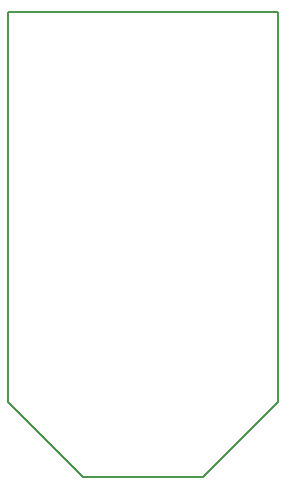
<source format=gko>
G04 #@! TF.FileFunction,Profile,NP*
%FSLAX46Y46*%
G04 Gerber Fmt 4.6, Leading zero omitted, Abs format (unit mm)*
G04 Created by KiCad (PCBNEW (2016-05-03 BZR 6266)-product) date Mon Jul 11 05:07:49 2016*
%MOMM*%
%LPD*%
G01*
G04 APERTURE LIST*
%ADD10C,0.350000*%
%ADD11C,0.150000*%
G04 APERTURE END LIST*
D10*
D11*
X152400000Y-85090000D02*
X152400000Y-118110000D01*
X129540000Y-85090000D02*
X152400000Y-85090000D01*
X129540000Y-118110000D02*
X129540000Y-85090000D01*
X146050000Y-124460000D02*
X135890000Y-124460000D01*
X152400000Y-118110000D02*
X146050000Y-124460000D01*
X129540000Y-118110000D02*
X135890000Y-124460000D01*
M02*

</source>
